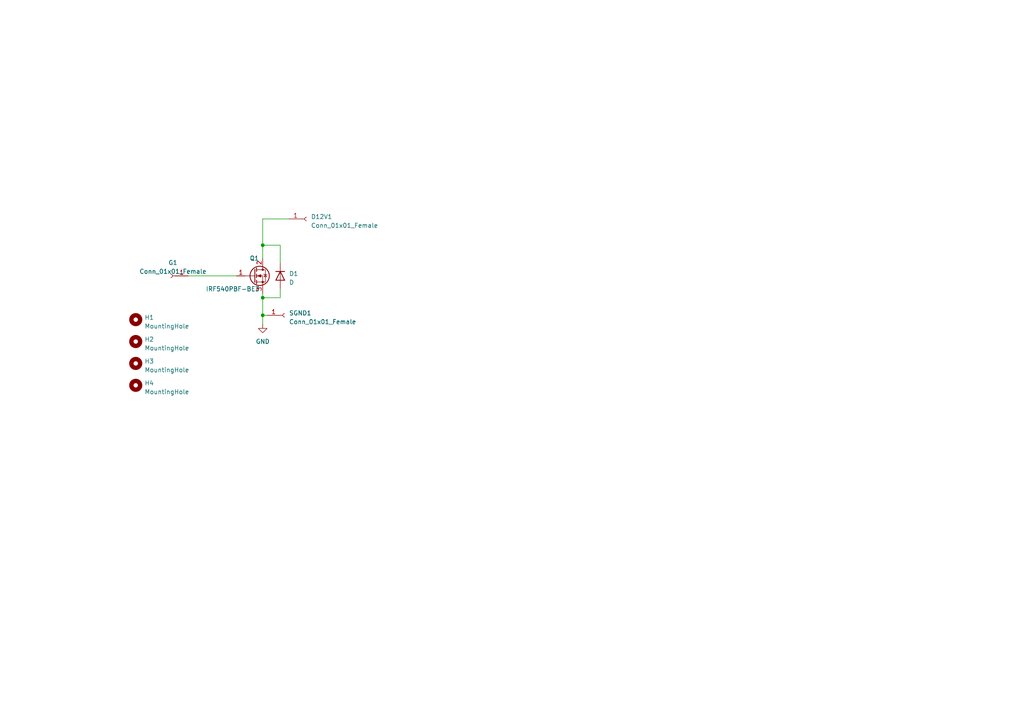
<source format=kicad_sch>
(kicad_sch (version 20220103) (generator eeschema)
  (paper "A4")
  (lib_symbols
    (symbol "Connector:Conn_01x01_Female" (pin_names (offset 1.016) hide)
      (property "Reference" "J" (at 0 2.54 0))
      (property "Value" "Conn_01x01_Female" (at 0 -2.54 0))
      (symbol "Conn_01x01_Female_1_1"
        (polyline (pts (xy -1.27 0) (xy -0.508 0)) (stroke (width 0.1524)))
        (arc (start 0 0.508) (mid -0.508 0) (end 0 -0.508) (stroke (width 0.1524)))
        (pin passive line (at -5.08 0 0) (length 3.81) (name "Pin_1") (number "1"))
      )
    )
    (symbol "Device:D" (pin_numbers hide) (pin_names (offset 1.016) hide)
      (property "Reference" "D" (at 0 2.54 0))
      (property "Value" "D" (at 0 -2.54 0))
      (symbol "D_0_1"
        (polyline (pts (xy -1.27 1.27) (xy -1.27 -1.27)) (stroke (width 0.254)))
        (polyline (pts (xy 1.27 0) (xy -1.27 0)))
        (polyline (pts (xy 1.27 1.27) (xy 1.27 -1.27) (xy -1.27 0) (xy 1.27 1.27)) (stroke (width 0.254)))
      )
      (symbol "D_1_1"
        (pin passive line (at -3.81 0 0) (length 2.54) (name "K") (number "1"))
        (pin passive line (at 3.81 0 180) (length 2.54) (name "A") (number "2"))
      )
    )
    (symbol "Device:Q_NMOS_GDS" (pin_names (offset 0) hide)
      (property "Reference" "Q" (at 5.08 1.27 0))
      (property "Value" "Q_NMOS_GDS" (at 5.08 -1.27 0))
      (symbol "Q_NMOS_GDS_0_1"
        (polyline (pts (xy 0.254 0) (xy -2.54 0)))
        (polyline (pts (xy 0.254 1.905) (xy 0.254 -1.905)) (stroke (width 0.254)))
        (polyline (pts (xy 0.762 -1.27) (xy 0.762 -2.286)) (stroke (width 0.254)))
        (polyline (pts (xy 0.762 0.508) (xy 0.762 -0.508)) (stroke (width 0.254)))
        (polyline (pts (xy 0.762 2.286) (xy 0.762 1.27)) (stroke (width 0.254)))
        (polyline (pts (xy 2.54 2.54) (xy 2.54 1.778)))
        (polyline (pts (xy 2.54 -2.54) (xy 2.54 0) (xy 0.762 0)))
        (polyline (pts (xy 0.762 -1.778) (xy 3.302 -1.778) (xy 3.302 1.778) (xy 0.762 1.778)))
        (polyline (pts (xy 1.016 0) (xy 2.032 0.381) (xy 2.032 -0.381) (xy 1.016 0)) (fill (type outline)))
        (polyline (pts (xy 2.794 0.508) (xy 2.921 0.381) (xy 3.683 0.381) (xy 3.81 0.254)))
        (polyline (pts (xy 3.302 0.381) (xy 2.921 -0.254) (xy 3.683 -0.254) (xy 3.302 0.381)))
        (circle (center 1.651 0) (radius 2.794) (stroke (width 0.254)))
        (circle (center 2.54 -1.778) (radius 0.254) (fill (type outline)))
        (circle (center 2.54 1.778) (radius 0.254) (fill (type outline)))
      )
      (symbol "Q_NMOS_GDS_1_1"
        (pin input line (at -5.08 0 0) (length 2.54) (name "G") (number "1"))
        (pin passive line (at 2.54 5.08 270) (length 2.54) (name "D") (number "2"))
        (pin passive line (at 2.54 -5.08 90) (length 2.54) (name "S") (number "3"))
      )
    )
    (symbol "Mechanical:MountingHole" (pin_names (offset 1.016))
      (property "Reference" "H" (at 0 5.08 0))
      (property "Value" "MountingHole" (at 0 3.175 0))
      (symbol "MountingHole_0_1"
        (circle (center 0 0) (radius 1.27) (stroke (width 1.27)))
      )
    )
    (symbol "power:GND" (power) (pin_names (offset 0))
      (property "Value" "GND" (at 0 -3.81 0))
      (symbol "GND_0_1"
        (polyline (pts (xy 0 0) (xy 0 -1.27) (xy 1.27 -1.27) (xy 0 -2.54) (xy -1.27 -1.27) (xy 0 -1.27)))
      )
      (symbol "GND_1_1"
        (pin power_in line (at 0 0 270) (length 0) hide (name "GND") (number "1"))
      )
    )
  )
  (junction (at 76.2 86.36))
  (junction (at 76.2 91.44))
  (junction (at 76.2 71.12))
  (wire (pts (xy 81.28 83.82) (xy 81.28 86.36)))
  (wire (pts (xy 76.2 71.12) (xy 81.28 71.12)))
  (wire (pts (xy 77.47 91.44) (xy 76.2 91.44)))
  (wire (pts (xy 76.2 63.5) (xy 76.2 71.12)))
  (wire (pts (xy 76.2 86.36) (xy 76.2 85.09)))
  (wire (pts (xy 83.82 63.5) (xy 76.2 63.5)))
  (wire (pts (xy 81.28 86.36) (xy 76.2 86.36)))
  (wire (pts (xy 54.61 80.01) (xy 68.58 80.01)))
  (wire (pts (xy 76.2 91.44) (xy 76.2 86.36)))
  (wire (pts (xy 76.2 91.44) (xy 76.2 93.98)))
  (wire (pts (xy 81.28 76.2) (xy 81.28 71.12)))
  (wire (pts (xy 76.2 71.12) (xy 76.2 74.93)))
  (symbol (lib_id "Device:Q_NMOS_GDS") (at 73.66 80.01 0) (unit 1)
    (property "Reference" "Q1" (at 72.39 74.93 0) (effects (justify left)))
    (property "Value" "IRF540PBF-BE3" (at 59.69 83.82 0) (effects (justify left)))
    (property "Footprint" "Package_TO_SOT_THT:TO-220-3_Horizontal_TabDown" (effects hide))
  )
  (symbol (lib_id "Connector:Conn_01x01_Female") (at 49.53 80.01 180) (unit 1)
    (property "Reference" "G1" (at 50.165 76.2 0))
    (property "Value" "Conn_01x01_Female" (at 50.165 78.74 0))
    (property "Footprint" "Connector_Pin:Pin_D1.3mm_L11.0mm_LooseFit" (effects hide))
  )
  (symbol (lib_id "Mechanical:MountingHole") (at 39.37 111.76 0) (unit 1)
    (property "Reference" "H4" (at 41.91 111.125 0) (effects (justify left)))
    (property "Value" "MountingHole" (at 41.91 113.665 0) (effects (justify left)))
    (property "Footprint" "MountingHole:MountingHole_3.2mm_M3_DIN965_Pad" (effects hide))
  )
  (symbol (lib_id "Device:D") (at 81.28 80.01 270) (unit 1)
    (property "Reference" "D1" (at 83.82 79.375 90) (effects (justify left)))
    (property "Value" "D" (at 83.82 81.915 90) (effects (justify left)))
    (property "Footprint" "Package_TO_SOT_THT:TO-220-2_Horizontal_TabDown" (effects hide))
  )
  (symbol (lib_id "power:GND") (at 76.2 93.98 0) (unit 1)
    (property "Reference" "#PWR0101" (effects hide))
    (property "Value" "GND" (at 76.2 99.06 0))
  )
  (symbol (lib_id "Connector:Conn_01x01_Female") (at 82.55 91.44 0) (unit 1)
    (property "Reference" "SGND1" (at 83.82 90.805 0) (effects (justify left)))
    (property "Value" "Conn_01x01_Female" (at 83.82 93.345 0) (effects (justify left)))
    (property "Footprint" "Connector_Pin:Pin_D1.3mm_L11.0mm_LooseFit" (effects hide))
  )
  (symbol (lib_id "Connector:Conn_01x01_Female") (at 88.9 63.5 0) (unit 1)
    (property "Reference" "D12V1" (at 90.17 62.865 0) (effects (justify left)))
    (property "Value" "Conn_01x01_Female" (at 90.17 65.405 0) (effects (justify left)))
    (property "Footprint" "Connector_Pin:Pin_D1.3mm_L11.0mm_LooseFit" (effects hide))
  )
  (symbol (lib_id "Mechanical:MountingHole") (at 39.37 105.41 0) (unit 1)
    (property "Reference" "H3" (at 41.91 104.775 0) (effects (justify left)))
    (property "Value" "MountingHole" (at 41.91 107.315 0) (effects (justify left)))
    (property "Footprint" "MountingHole:MountingHole_3.2mm_M3_DIN965_Pad" (effects hide))
  )
  (symbol (lib_id "Mechanical:MountingHole") (at 39.37 99.06 0) (unit 1)
    (property "Reference" "H2" (at 41.91 98.425 0) (effects (justify left)))
    (property "Value" "MountingHole" (at 41.91 100.965 0) (effects (justify left)))
    (property "Footprint" "MountingHole:MountingHole_3.2mm_M3_DIN965_Pad" (effects hide))
  )
  (symbol (lib_id "Mechanical:MountingHole") (at 39.37 92.71 0) (unit 1)
    (property "Reference" "H1" (at 41.91 92.075 0) (effects (justify left)))
    (property "Value" "MountingHole" (at 41.91 94.615 0) (effects (justify left)))
    (property "Footprint" "MountingHole:MountingHole_3.2mm_M3_DIN965_Pad" (effects hide))
  )
)
</source>
